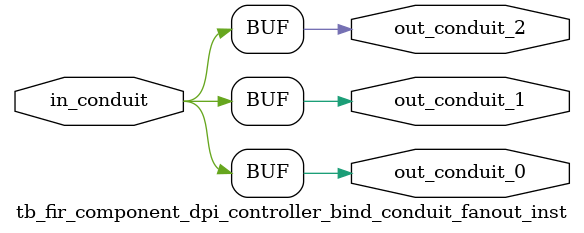
<source format=sv>


 


// --------------------------------------------------------------------------------
//| Avalon Conduit Fan-Out
// --------------------------------------------------------------------------------

// ------------------------------------------
// Generation parameters:
//   output_name:       tb_fir_component_dpi_controller_bind_conduit_fanout_inst
//   numFanOut:         3
//   
// ------------------------------------------

module tb_fir_component_dpi_controller_bind_conduit_fanout_inst (     

// Interface: out_conduit_0
 output                    out_conduit_0,
// Interface: out_conduit_1
 output                    out_conduit_1,
// Interface: out_conduit_2
 output                    out_conduit_2,

// Interface: in_conduit
 input                   in_conduit

);

   assign  out_conduit_0 = in_conduit;
   assign  out_conduit_1 = in_conduit;
   assign  out_conduit_2 = in_conduit;

endmodule //


</source>
